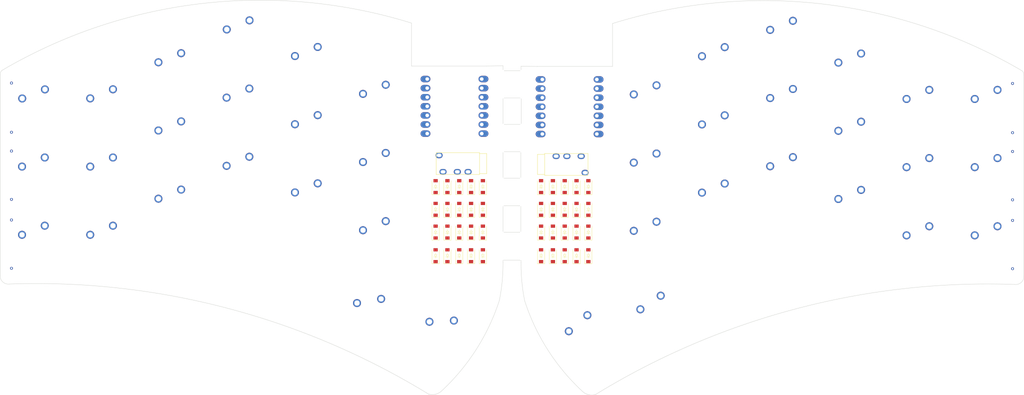
<source format=kicad_pcb>
(kicad_pcb (version 20211014) (generator pcbnew)
  (layers (0 "F.Cu" signal) (31 "B.Cu" signal) (34 "B.Paste" user) (35 "F.Paste" user) (36 "B.SilkS" user "B.Silkscreen") (37 "F.SilkS" user "F.Silkscreen") (38 "B.Mask" user) (39 "F.Mask" user) (44 "Edge.Cuts" user))
  (net 0 "")
  (footprint "random-keyboard-parts:D_SOD-123-Pretty" (layer "F.Cu") (at 170.432 107.232 90)
    (fp_text reference "REF**" hide)
    (fp_text value "D_SOD-123-Pretty" hide)
    (pad "1" smd rect (at -1.65 0 90) (size 0.9 1.2) (layers "F.Cu" "F.Paste" "F.Mask"))
    (pad "2" smd rect (at 1.65 0 90) (size 0.9 1.2) (layers "F.Cu" "F.Paste" "F.Mask"))
  )
  (footprint "Panelization:mouse-bite-5mm-slot" (layer "F.Cu") (at 149.084 96.022 90)
    (fp_text reference "mouse-bite-5mm-slot" hide)
    (fp_text value "VAL**" hide)
    (pad "" np_thru_hole circle (at 2.25 -2.5 90) (size 0.5 0.5) (drill 0.5) (layers F&B.Cu *.Mask))
    (pad "" np_thru_hole circle (at -3 -2.5 90) (size 0.5 0.5) (drill 0.5) (layers F&B.Cu *.Mask))
    (pad "" np_thru_hole circle (at -3 2.5 90) (size 0.5 0.5) (drill 0.5) (layers F&B.Cu *.Mask))
    (pad "" np_thru_hole circle (at -0.75 2.5 90) (size 0.5 0.5) (drill 0.5) (layers F&B.Cu *.Mask))
    (pad "" np_thru_hole circle (at 3 2.5 90) (size 0.5 0.5) (drill 0.5) (layers F&B.Cu *.Mask))
    (pad "" np_thru_hole circle (at 0.75 2.5 90) (size 0.5 0.5) (drill 0.5) (layers F&B.Cu *.Mask))
    (pad "" np_thru_hole circle (at -3 -2.5 90) (size 0.5 0.5) (drill 0.5) (layers F&B.Cu *.Mask))
    (pad "" np_thru_hole circle (at -1.5 -2.5 90) (size 0.5 0.5) (drill 0.5) (layers F&B.Cu *.Mask))
    (pad "" np_thru_hole circle (at 2.25 2.5 90) (size 0.5 0.5) (drill 0.5) (layers F&B.Cu *.Mask))
    (pad "" np_thru_hole circle (at -3 2.5 90) (size 0.5 0.5) (drill 0.5) (layers F&B.Cu *.Mask))
    (pad "" np_thru_hole circle (at -1.5 2.5 90) (size 0.5 0.5) (drill 0.5) (layers F&B.Cu *.Mask))
    (pad "" np_thru_hole circle (at 0.75 -2.5 90) (size 0.5 0.5) (drill 0.5) (layers F&B.Cu *.Mask))
    (pad "" np_thru_hole circle (at 3.75 2.5 90) (size 0.5 0.5) (drill 0.5) (layers F&B.Cu *.Mask))
    (pad "" np_thru_hole circle (at -2.25 -2.5 90) (size 0.5 0.5) (drill 0.5) (layers F&B.Cu *.Mask))
    (pad "" np_thru_hole circle (at 0 2.5 90) (size 0.5 0.5) (drill 0.5) (layers F&B.Cu *.Mask))
    (pad "" np_thru_hole circle (at 0 -2.5 90) (size 0.5 0.5) (drill 0.5) (layers F&B.Cu *.Mask))
    (pad "" np_thru_hole circle (at -3.75 2.5 90) (size 0.5 0.5) (drill 0.5) (layers F&B.Cu *.Mask))
    (pad "" np_thru_hole circle (at 1.5 2.5 90) (size 0.5 0.5) (drill 0.5) (layers F&B.Cu *.Mask))
    (pad "" np_thru_hole circle (at -0.75 -2.5 90) (size 0.5 0.5) (drill 0.5) (layers F&B.Cu *.Mask))
    (pad "" np_thru_hole circle (at 3 -2.5 90) (size 0.5 0.5) (drill 0.5) (layers F&B.Cu *.Mask))
    (pad "" np_thru_hole circle (at 3.75 -2.5 90) (size 0.5 0.5) (drill 0.5) (layers F&B.Cu *.Mask))
    (pad "" np_thru_hole circle (at -3.75 -2.5 90) (size 0.5 0.5) (drill 0.5) (layers F&B.Cu *.Mask))
    (pad "" np_thru_hole circle (at 1.5 -2.5 90) (size 0.5 0.5) (drill 0.5) (layers F&B.Cu *.Mask))
    (pad "" np_thru_hole circle (at -2.25 2.5 90) (size 0.5 0.5) (drill 0.5) (layers F&B.Cu *.Mask))
  )
  (footprint "random-keyboard-parts:D_SOD-123-Pretty" (layer "F.Cu") (at 160.532 107.232 90)
    (fp_text reference "REF**" hide)
    (fp_text value "D_SOD-123-Pretty" hide)
    (pad "1" smd rect (at -1.65 0 90) (size 0.9 1.2) (layers "F.Cu" "F.Paste" "F.Mask"))
    (pad "2" smd rect (at 1.65 0 90) (size 0.9 1.2) (layers "F.Cu" "F.Paste" "F.Mask"))
  )
  (footprint "random-keyboard-parts:D_SOD-123-Pretty" (layer "F.Cu") (at 127.76 107.232 90)
    (fp_text reference "REF**" hide)
    (fp_text value "D_SOD-123-Pretty" hide)
    (pad "1" smd rect (at -1.65 0 90) (size 0.9 1.2) (layers "F.Cu" "F.Paste" "F.Mask"))
    (pad "2" smd rect (at 1.65 0 90) (size 0.9 1.2) (layers "F.Cu" "F.Paste" "F.Mask"))
  )
  (footprint "MX_Only:MXOnly-1U-NoLED" (layer "F.Cu") (at 225.03 72.34)
    (fp_text reference "REF**" hide)
    (fp_text value "1U" hide)
    (pad "" np_thru_hole circle locked (at 5.08 0 48.0996) (size 1.75 1.75) (drill 1.75) (layers F&B.Cu *.Mask))
    (pad "" np_thru_hole circle locked (at 0 0) (size 3.9878 3.9878) (drill 3.9878) (layers F&B.Cu *.Mask))
    (pad "" np_thru_hole circle locked (at -5.08 0 48.0996) (size 1.75 1.75) (drill 1.75) (layers F&B.Cu *.Mask))
    (pad "1" thru_hole circle locked (at -3.81 -2.54) (size 2.25 2.25) (drill 1.47) (layers F&B.Cu "B.Mask"))
    (pad "2" thru_hole circle locked (at 2.54 -5.08) (size 2.25 2.25) (drill 1.47) (layers F&B.Cu "B.Mask"))
  )
  (footprint "random-keyboard-parts:D_SOD-123-Pretty" (layer "F.Cu") (at 160.526 113.836 90)
    (fp_text reference "REF**" hide)
    (fp_text value "D_SOD-123-Pretty" hide)
    (pad "1" smd rect (at -1.65 0 90) (size 0.9 1.2) (layers "F.Cu" "F.Paste" "F.Mask"))
    (pad "2" smd rect (at 1.65 0 90) (size 0.9 1.2) (layers "F.Cu" "F.Paste" "F.Mask"))
  )
  (footprint "MX_Only:MXOnly-1U-NoLED" (layer "F.Cu") (at 111.286 71.162)
    (fp_text reference "REF**" hide)
    (fp_text value "1U" hide)
    (pad "" np_thru_hole circle locked (at 0 0) (size 3.9878 3.9878) (drill 3.9878) (layers F&B.Cu *.Mask))
    (pad "" np_thru_hole circle locked (at 5.08 0 48.0996) (size 1.75 1.75) (drill 1.75) (layers F&B.Cu *.Mask))
    (pad "" np_thru_hole circle locked (at -5.08 0 48.0996) (size 1.75 1.75) (drill 1.75) (layers F&B.Cu *.Mask))
    (pad "1" thru_hole circle locked (at -3.81 -2.54) (size 2.25 2.25) (drill 1.47) (layers F&B.Cu "B.Mask"))
    (pad "2" thru_hole circle locked (at 2.54 -5.08) (size 2.25 2.25) (drill 1.47) (layers F&B.Cu "B.Mask"))
  )
  (footprint "random-keyboard-parts:D_SOD-123-Pretty" (layer "F.Cu") (at 140.968 94.532 90)
    (fp_text reference "REF**" hide)
    (fp_text value "D_SOD-123-Pretty" hide)
    (pad "1" smd rect (at -1.65 0 90) (size 0.9 1.2) (layers "F.Cu" "F.Paste" "F.Mask"))
    (pad "2" smd rect (at 1.65 0 90) (size 0.9 1.2) (layers "F.Cu" "F.Paste" "F.Mask"))
  )
  (footprint "random-keyboard-parts:D_SOD-123-Pretty" (layer "F.Cu") (at 170.432 94.532 90)
    (fp_text reference "REF**" hide)
    (fp_text value "D_SOD-123-Pretty" hide)
    (pad "1" smd rect (at -1.65 0 90) (size 0.9 1.2) (layers "F.Cu" "F.Paste" "F.Mask"))
    (pad "2" smd rect (at 1.65 0 90) (size 0.9 1.2) (layers "F.Cu" "F.Paste" "F.Mask"))
  )
  (footprint "MX_Only:MXOnly-1U-NoLED" (layer "F.Cu") (at 205.98 98.756)
    (fp_text reference "REF**" hide)
    (fp_text value "1U" hide)
    (pad "" np_thru_hole circle locked (at -5.08 0 48.0996) (size 1.75 1.75) (drill 1.75) (layers F&B.Cu *.Mask))
    (pad "" np_thru_hole circle locked (at 5.08 0 48.0996) (size 1.75 1.75) (drill 1.75) (layers F&B.Cu *.Mask))
    (pad "" np_thru_hole circle locked (at 0 0) (size 3.9878 3.9878) (drill 3.9878) (layers F&B.Cu *.Mask))
    (pad "1" thru_hole circle locked (at -3.81 -2.54) (size 2.25 2.25) (drill 1.47) (layers F&B.Cu "B.Mask"))
    (pad "2" thru_hole circle locked (at 2.54 -5.08) (size 2.25 2.25) (drill 1.47) (layers F&B.Cu "B.Mask"))
  )
  (footprint "MX_Only:MXOnly-1U-NoLED" (layer "F.Cu") (at 205.98 79.706)
    (fp_text reference "REF**" hide)
    (fp_text value "1U" hide)
    (pad "" np_thru_hole circle locked (at 0 0) (size 3.9878 3.9878) (drill 3.9878) (layers F&B.Cu *.Mask))
    (pad "" np_thru_hole circle locked (at 5.08 0 48.0996) (size 1.75 1.75) (drill 1.75) (layers F&B.Cu *.Mask))
    (pad "" np_thru_hole circle locked (at -5.08 0 48.0996) (size 1.75 1.75) (drill 1.75) (layers F&B.Cu *.Mask))
    (pad "1" thru_hole circle locked (at -3.81 -2.54) (size 2.25 2.25) (drill 1.47) (layers F&B.Cu "B.Mask"))
    (pad "2" thru_hole circle locked (at 2.54 -5.08) (size 2.25 2.25) (drill 1.47) (layers F&B.Cu "B.Mask"))
  )
  (footprint "xiao-main:xiao-tht" (layer "F.Cu") (at 133.03 72.104)
    (fp_text reference "U?" hide)
    (fp_text value "xiao-ble-thruhole" hide)
    (pad "1" thru_hole oval (at -7.62 -7.62) (size 2.75 1.8) (drill 1 (offset -0.475 0)) (layers *.Cu *.Mask))
    (pad "2" thru_hole oval (at -7.62 -5.08) (size 2.75 1.8) (drill 1 (offset -0.475 0)) (layers *.Cu *.Mask))
    (pad "3" thru_hole oval (at -7.62 -2.54) (size 2.75 1.8) (drill 1 (offset -0.475 0)) (layers *.Cu *.Mask))
    (pad "4" thru_hole oval (at -7.62 0) (size 2.75 1.8) (drill 1 (offset -0.475 0)) (layers *.Cu *.Mask))
    (pad "5" thru_hole oval (at -7.62 2.54) (size 2.75 1.8) (drill 1 (offset -0.475 0)) (layers *.Cu *.Mask))
    (pad "6" thru_hole oval (at -7.62 5.08) (size 2.75 1.8) (drill 1 (offset -0.475 0)) (layers *.Cu *.Mask))
    (pad "7" thru_hole oval (at -7.62 7.62) (size 2.75 1.8) (drill 1 (offset -0.475 0)) (layers *.Cu *.Mask))
    (pad "8" thru_hole oval (at 7.62 7.62 180) (size 2.75 1.8) (drill 1 (offset -0.475 0)) (layers *.Cu *.Mask))
    (pad "9" thru_hole oval (at 7.62 5.08 180) (size 2.75 1.8) (drill 1 (offset -0.475 0)) (layers *.Cu *.Mask))
    (pad "10" thru_hole oval (at 7.62 2.54 180) (size 2.75 1.8) (drill 1 (offset -0.475 0)) (layers *.Cu *.Mask))
    (pad "11" thru_hole oval (at 7.62 0 180) (size 2.75 1.8) (drill 1 (offset -0.475 0)) (layers *.Cu *.Mask))
    (pad "12" thru_hole oval (at 7.62 -2.54 180) (size 2.75 1.8) (drill 1 (offset -0.475 0)) (layers *.Cu *.Mask))
    (pad "13" thru_hole oval (at 7.62 -5.08 180) (size 2.75 1.8) (drill 1 (offset -0.475 0)) (layers *.Cu *.Mask))
    (pad "14" thru_hole oval (at 7.62 -7.62 180) (size 2.75 1.8) (drill 1 (offset -0.475 0)) (layers *.Cu *.Mask))
  )
  (footprint "random-keyboard-parts:D_SOD-123-Pretty" (layer "F.Cu") (at 137.666 94.532 90)
    (fp_text reference "REF**" hide)
    (fp_text value "D_SOD-123-Pretty" hide)
    (pad "1" smd rect (at -1.65 0 90) (size 0.9 1.2) (layers "F.Cu" "F.Paste" "F.Mask"))
    (pad "2" smd rect (at 1.65 0 90) (size 0.9 1.2) (layers "F.Cu" "F.Paste" "F.Mask"))
  )
  (footprint "MX_Only:MXOnly-1U-NoLED" (layer "F.Cu") (at 244.08 81.484)
    (fp_text reference "REF**" hide)
    (fp_text value "1U" hide)
    (pad "" np_thru_hole circle locked (at 0 0) (size 3.9878 3.9878) (drill 3.9878) (layers F&B.Cu *.Mask))
    (pad "" np_thru_hole circle locked (at -5.08 0 48.0996) (size 1.75 1.75) (drill 1.75) (layers F&B.Cu *.Mask))
    (pad "" np_thru_hole circle locked (at 5.08 0 48.0996) (size 1.75 1.75) (drill 1.75) (layers F&B.Cu *.Mask))
    (pad "1" thru_hole circle locked (at -3.81 -2.54) (size 2.25 2.25) (drill 1.47) (layers F&B.Cu "B.Mask"))
    (pad "2" thru_hole circle locked (at 2.54 -5.08) (size 2.25 2.25) (drill 1.47) (layers F&B.Cu "B.Mask"))
  )
  (footprint "random-keyboard-parts:D_SOD-123-Pretty" (layer "F.Cu") (at 163.828 107.232 90)
    (fp_text reference "REF**" hide)
    (fp_text value "D_SOD-123-Pretty" hide)
    (pad "1" smd rect (at -1.65 0 90) (size 0.9 1.2) (layers "F.Cu" "F.Paste" "F.Mask"))
    (pad "2" smd rect (at 1.65 0 90) (size 0.9 1.2) (layers "F.Cu" "F.Paste" "F.Mask"))
  )
  (footprint "MX_Only:MXOnly-1U-NoLED" (layer "F.Cu") (at 186.93 90.374)
    (fp_text reference "REF**" hide)
    (fp_text value "1U" hide)
    (pad "" np_thru_hole circle locked (at -5.08 0 48.0996) (size 1.75 1.75) (drill 1.75) (layers F&B.Cu *.Mask))
    (pad "" np_thru_hole circle locked (at 0 0) (size 3.9878 3.9878) (drill 3.9878) (layers F&B.Cu *.Mask))
    (pad "" np_thru_hole circle locked (at 5.08 0 48.0996) (size 1.75 1.75) (drill 1.75) (layers F&B.Cu *.Mask))
    (pad "1" thru_hole circle locked (at -3.81 -2.54) (size 2.25 2.25) (drill 1.47) (layers F&B.Cu "B.Mask"))
    (pad "2" thru_hole circle locked (at 2.54 -5.08) (size 2.25 2.25) (drill 1.47) (layers F&B.Cu "B.Mask"))
  )
  (footprint "random-keyboard-parts:D_SOD-123-Pretty" (layer "F.Cu") (at 160.526 94.532 90)
    (fp_text reference "REF**" hide)
    (fp_text value "D_SOD-123-Pretty" hide)
    (pad "1" smd rect (at -1.65 0 90) (size 0.9 1.2) (layers "F.Cu" "F.Paste" "F.Mask"))
    (pad "2" smd rect (at 1.65 0 90) (size 0.9 1.2) (layers "F.Cu" "F.Paste" "F.Mask"))
  )
  (footprint "random-keyboard-parts:D_SOD-123-Pretty" (layer "F.Cu") (at 127.76 113.836 90)
    (fp_text reference "REF**" hide)
    (fp_text value "D_SOD-123-Pretty" hide)
    (pad "1" smd rect (at -1.65 0 90) (size 0.9 1.2) (layers "F.Cu" "F.Paste" "F.Mask"))
    (pad "2" smd rect (at 1.65 0 90) (size 0.9 1.2) (layers "F.Cu" "F.Paste" "F.Mask"))
  )
  (footprint "MX_Only:MXOnly-1U-NoLED" (layer "F.Cu") (at 111.286 90.212)
    (fp_text reference "REF**" hide)
    (fp_text value "1U" hide)
    (pad "" np_thru_hole circle locked (at 5.08 0 48.0996) (size 1.75 1.75) (drill 1.75) (layers F&B.Cu *.Mask))
    (pad "" np_thru_hole circle locked (at -5.08 0 48.0996) (size 1.75 1.75) (drill 1.75) (layers F&B.Cu *.Mask))
    (pad "" np_thru_hole circle locked (at 0 0) (size 3.9878 3.9878) (drill 3.9878) (layers F&B.Cu *.Mask))
    (pad "1" thru_hole circle locked (at -3.81 -2.54) (size 2.25 2.25) (drill 1.47) (layers F&B.Cu "B.Mask"))
    (pad "2" thru_hole circle locked (at 2.54 -5.08) (size 2.25 2.25) (drill 1.47) (layers F&B.Cu "B.Mask"))
  )
  (footprint "random-keyboard-parts:D_SOD-123-Pretty" (layer "F.Cu") (at 131.062 107.232 90)
    (fp_text reference "REF**" hide)
    (fp_text value "D_SOD-123-Pretty" hide)
    (pad "1" smd rect (at -1.65 0 90) (size 0.9 1.2) (layers "F.Cu" "F.Paste" "F.Mask"))
    (pad "2" smd rect (at 1.65 0 90) (size 0.9 1.2) (layers "F.Cu" "F.Paste" "F.Mask"))
  )
  (footprint "MX_Only:MXOnly-1U-NoLED" (layer "F.Cu") (at 225.03 91.39)
    (fp_text reference "REF**" hide)
    (fp_text value "1U" hide)
    (pad "" np_thru_hole circle locked (at -5.08 0 48.0996) (size 1.75 1.75) (drill 1.75) (layers F&B.Cu *.Mask))
    (pad "" np_thru_hole circle locked (at 5.08 0 48.0996) (size 1.75 1.75) (drill 1.75) (layers F&B.Cu *.Mask))
    (pad "" np_thru_hole circle locked (at 0 0) (size 3.9878 3.9878) (drill 3.9878) (layers F&B.Cu *.Mask))
    (pad "1" thru_hole circle locked (at -3.81 -2.54) (size 2.25 2.25) (drill 1.47) (layers F&B.Cu "B.Mask"))
    (pad "2" thru_hole circle locked (at 2.54 -5.08) (size 2.25 2.25) (drill 1.47) (layers F&B.Cu "B.Mask"))
  )
  (footprint "MX_Only:MXOnly-1U-NoLED" (layer "F.Cu") (at 282.18 110.694)
    (fp_text reference "REF**" hide)
    (fp_text value "1U" hide)
    (pad "" np_thru_hole circle locked (at 5.08 0 48.0996) (size 1.75 1.75) (drill 1.75) (layers F&B.Cu *.Mask))
    (pad "" np_thru_hole circle locked (at 0 0) (size 3.9878 3.9878) (drill 3.9878) (layers F&B.Cu *.Mask))
    (pad "" np_thru_hole circle locked (at -5.08 0 48.0996) (size 1.75 1.75) (drill 1.75) (layers F&B.Cu *.Mask))
    (pad "1" thru_hole circle locked (at -3.81 -2.54) (size 2.25 2.25) (drill 1.47) (layers F&B.Cu "B.Mask"))
    (pad "2" thru_hole circle locked (at 2.54 -5.08) (size 2.25 2.25) (drill 1.47) (layers F&B.Cu "B.Mask"))
  )
  (footprint "MX_Only:MXOnly-1U-NoLED" (layer "F.Cu") (at 263.13 91.644)
    (fp_text reference "REF**" hide)
    (fp_text value "1U" hide)
    (pad "" np_thru_hole circle locked (at 0 0) (size 3.9878 3.9878) (drill 3.9878) (layers F&B.Cu *.Mask))
    (pad "" np_thru_hole circle locked (at 5.08 0 48.0996) (size 1.75 1.75) (drill 1.75) (layers F&B.Cu *.Mask))
    (pad "" np_thru_hole circle locked (at -5.08 0 48.0996) (size 1.75 1.75) (drill 1.75) (layers F&B.Cu *.Mask))
    (pad "1" thru_hole circle locked (at -3.81 -2.54) (size 2.25 2.25) (drill 1.47) (layers F&B.Cu "B.Mask"))
    (pad "2" thru_hole circle locked (at 2.54 -5.08) (size 2.25 2.25) (drill 1.47) (layers F&B.Cu "B.Mask"))
  )
  (footprint "MX_Only:MXOnly-1U-NoLED" (layer "F.Cu") (at 244.08 62.434)
    (fp_text reference "REF**" hide)
    (fp_text value "1U" hide)
    (pad "" np_thru_hole circle locked (at -5.08 0 48.0996) (size 1.75 1.75) (drill 1.75) (layers F&B.Cu *.Mask))
    (pad "" np_thru_hole circle locked (at 5.08 0 48.0996) (size 1.75 1.75) (drill 1.75) (layers F&B.Cu *.Mask))
    (pad "" np_thru_hole circle locked (at 0 0) (size 3.9878 3.9878) (drill 3.9878) (layers F&B.Cu *.Mask))
    (pad "1" thru_hole circle locked (at -3.81 -2.54) (size 2.25 2.25) (drill 1.47) (layers F&B.Cu "B.Mask"))
    (pad "2" thru_hole circle locked (at 2.54 -5.08) (size 2.25 2.25) (drill 1.47) (layers F&B.Cu "B.Mask"))
  )
  (footprint "MX_Only:MXOnly-1U-NoLED" (layer "F.Cu") (at 54.136 100.4482)
    (fp_text reference "REF**" hide)
    (fp_text value "1U" hide)
    (pad "" np_thru_hole circle locked (at 5.08 0 48.0996) (size 1.75 1.75) (drill 1.75) (layers F&B.Cu *.Mask))
    (pad "" np_thru_hole circle locked (at -5.08 0 48.0996) (size 1.75 1.75) (drill 1.75) (layers F&B.Cu *.Mask))
    (pad "" np_thru_hole circle locked (at 0 0) (size 3.9878 3.9878) (drill 3.9878) (layers F&B.Cu *.Mask))
    (pad "1" thru_hole circle locked (at -3.81 -2.54) (size 2.25 2.25) (drill 1.47) (layers F&B.Cu "B.Mask"))
    (pad "2" thru_hole circle locked (at 2.54 -5.08) (size 2.25 2.25) (drill 1.47) (layers F&B.Cu "B.Mask"))
  )
  (footprint "random-keyboard-parts:D_SOD-123-Pretty" (layer "F.Cu") (at 163.828 94.532 90)
    (fp_text reference "REF**" hide)
    (fp_text value "D_SOD-123-Pretty" hide)
    (pad "1" smd rect (at -1.65 0 90) (size 0.9 1.2) (layers "F.Cu" "F.Paste" "F.Mask"))
    (pad "2" smd rect (at 1.65 0 90) (size 0.9 1.2) (layers "F.Cu" "F.Paste" "F.Mask"))
  )
  (footprint "MX_Only:MXOnly-1U-NoLED" (layer "F.Cu") (at 35.086 72.432)
    (fp_text reference "REF**" hide)
    (fp_text value "1U" hide)
    (pad "" np_thru_hole circle locked (at 0 0) (size 3.9878 3.9878) (drill 3.9878) (layers *.Cu *.Mask))
    (pad "" np_thru_hole circle locked (at 5.08 0 48.0996) (size 1.75 1.75) (drill 1.75) (layers *.Cu *.Mask))
    (pad "" np_thru_hole circle locked (at -5.08 0 48.0996) (size 1.75 1.75) (drill 1.75) (layers *.Cu *.Mask))
    (pad "1" thru_hole circle locked (at -3.81 -2.54) (size 2.25 2.25) (drill 1.47) (layers *.Cu "B.Mask"))
    (pad "2" thru_hole circle locked (at 2.54 -5.08) (size 2.25 2.25) (drill 1.47) (layers *.Cu "B.Mask"))
  )
  (footprint "MX_Only:MXOnly-1U-NoLED" (layer "F.Cu") (at 244.08 100.534)
    (fp_text reference "REF**" hide)
    (fp_text value "1U" hide)
    (pad "" np_thru_hole circle locked (at -5.08 0 48.0996) (size 1.75 1.75) (drill 1.75) (layers F&B.Cu *.Mask))
    (pad "" np_thru_hole circle locked (at 0 0) (size 3.9878 3.9878) (drill 3.9878) (layers F&B.Cu *.Mask))
    (pad "" np_thru_hole circle locked (at 5.08 0 48.0996) (size 1.75 1.75) (drill 1.75) (layers F&B.Cu *.Mask))
    (pad "1" thru_hole circle locked (at -3.81 -2.54) (size 2.25 2.25) (drill 1.47) (layers F&B.Cu "B.Mask"))
    (pad "2" thru_hole circle locked (at 2.54 -5.08) (size 2.25 2.25) (drill 1.47) (layers F&B.Cu "B.Mask"))
  )
  (footprint "MX_Only:MXOnly-1U-NoLED" (layer "F.Cu") (at 16.0868 72.4574)
    (fp_text reference "REF**" hide)
    (fp_text value "1U" hide)
    (pad "" np_thru_hole circle locked (at 0 0) (size 3.9878 3.9878) (drill 3.9878) (layers F&B.Cu *.Mask))
    (pad "" np_thru_hole circle locked (at 5.08 0 48.0996) (size 1.75 1.75) (drill 1.75) (layers F&B.Cu *.Mask))
    (pad "" np_thru_hole circle locked (at -5.08 0 48.0996) (size 1.75 1.75) (drill 1.75) (layers F&B.Cu *.Mask))
    (pad "1" thru_hole circle locked (at -3.81 -2.54) (size 2.25 2.25) (drill 1.47) (layers F&B.Cu "B.Mask"))
    (pad "2" thru_hole circle locked (at 2.54 -5.08) (size 2.25 2.25) (drill 1.47) (layers F&B.Cu "B.Mask"))
  )
  (footprint "MX_Only:MXOnly-1U-NoLED" (layer "F.Cu") (at 35.086 91.482)
    (fp_text reference "REF**" hide)
    (fp_text value "1U" hide)
    (pad "" np_thru_hole circle locked (at 5.08 0 48.0996) (size 1.75 1.75) (drill 1.75) (layers F&B.Cu *.Mask))
    (pad "" np_thru_hole circle locked (at -5.08 0 48.0996) (size 1.75 1.75) (drill 1.75) (layers F&B.Cu *.Mask))
    (pad "" np_thru_hole circle locked (at 0 0) (size 3.9878 3.9878) (drill 3.9878) (layers F&B.Cu *.Mask))
    (pad "1" thru_hole circle locked (at -3.81 -2.54) (size 2.25 2.25) (drill 1.47) (layers F&B.Cu "B.Mask"))
    (pad "2" thru_hole circle locked (at 2.54 -5.08) (size 2.25 2.25) (drill 1.47) (layers F&B.Cu "B.Mask"))
  )
  (footprint "random-keyboard-parts:D_SOD-123-Pretty" (layer "F.Cu") (at 134.364 113.836 90)
    (fp_text reference "REF**" hide)
    (fp_text value "D_SOD-123-Pretty" hide)
    (pad "1" smd rect (at -1.65 0 90) (size 0.9 1.2) (layers "F.Cu" "F.Paste" "F.Mask"))
    (pad "2" smd rect (at 1.65 0 90) (size 0.9 1.2) (layers "F.Cu" "F.Paste" "F.Mask"))
  )
  (footprint "MX_Only:MXOnly-1U-NoLED" (layer "F.Cu") (at 186.93 109.424)
    (fp_text reference "REF**" hide)
    (fp_text value "1U" hide)
    (pad "" np_thru_hole circle locked (at 0 0) (size 3.9878 3.9878) (drill 3.9878) (layers F&B.Cu *.Mask))
    (pad "" np_thru_hole circle locked (at -5.08 0 48.0996) (size 1.75 1.75) (drill 1.75) (layers F&B.Cu *.Mask))
    (pad "" np_thru_hole circle locked (at 5.08 0 48.0996) (size 1.75 1.75) (drill 1.75) (layers F&B.Cu *.Mask))
    (pad "1" thru_hole circle locked (at -3.81 -2.54) (size 2.25 2.25) (drill 1.47) (layers F&B.Cu "B.Mask"))
    (pad "2" thru_hole circle locked (at 2.54 -5.08) (size 2.25 2.25) (drill 1.47) (layers F&B.Cu "B.Mask"))
  )
  (footprint "random-keyboard-parts:D_SOD-123-Pretty" (layer "F.Cu") (at 134.364 100.882 90)
    (fp_text reference "REF**" hide)
    (fp_text value "D_SOD-123-Pretty" hide)
    (pad "1" smd rect (at -1.65 0 90) (size 0.9 1.2) (layers "F.Cu" "F.Paste" "F.Mask"))
    (pad "2" smd rect (at 1.65 0 90) (size 0.9 1.2) (layers "F.Cu" "F.Paste" "F.Mask"))
  )
  (footprint "MX_Only:MXOnly-1U-NoLED" (layer "F.Cu") (at 73.184 91.272)
    (fp_text reference "REF**" hide)
    (fp_text value "1U" hide)
    (pad "" np_thru_hole circle locked (at 0 0) (size 3.9878 3.9878) (drill 3.9878) (layers F&B.Cu *.Mask))
    (pad "" np_thru_hole circle locked (at -5.08 0 48.0996) (size 1.75 1.75) (drill 1.75) (layers F&B.Cu *.Mask))
    (pad "" np_thru_hole circle locked (at 5.08 0 48.0996) (size 1.75 1.75) (drill 1.75) (layers F&B.Cu *.Mask))
    (pad "1" thru_hole circle locked (at -3.81 -2.54) (size 2.25 2.25) (drill 1.47) (layers F&B.Cu "B.Mask"))
    (pad "2" thru_hole circle locked (at 2.54 -5.08) (size 2.25 2.25) (drill 1.47) (layers F&B.Cu "B.Mask"))
  )
  (footprint "Keebio-Parts:TRRS-PJ-320A" (layer "F.Cu") (at 140.03 88.104 -90)
    (fp_text reference "REF**" hide)
    (fp_text value "TRRS-PJ-320A" hide)
    (pad "" np_thru_hole circle locked (at 0 1.6 270) (size 0.8 0.8) (drill 0.8) (layers *.Cu *.Mask))
    (pad "" np_thru_hole circle locked (at 0 8.6 270) (size 0.8 0.8) (drill 0.8) (layers *.Cu *.Mask))
    (pad "1" thru_hole oval locked (at -2.3 11.3 270) (size 1.6 2) (drill oval 0.9 1.3) (layers *.Cu *.Mask))
    (pad "2" thru_hole oval locked (at 2.3 10.2 270) (size 1.6 2) (drill oval 0.9 1.3) (layers *.Cu *.Mask))
    (pad "3" thru_hole oval locked (at 2.3 6.2 270) (size 1.6 2) (drill oval 0.9 1.3) (layers *.Cu *.Mask))
    (pad "4" thru_hole oval locked (at 2.3 3.2 270) (size 1.6 2) (drill oval 0.9 1.3) (layers *.Cu *.Mask))
  )
  (footprint "Keebio-Parts:TRRS-PJ-320A" (layer "F.Cu") (at 158.228 88.342 90)
    (fp_text reference "REF**" hide)
    (fp_text value "TRRS-PJ-320A" hide)
    (pad "" np_thru_hole circle locked (at 0 8.6 90) (size 0.8 0.8) (drill 0.8) (layers F&B.Cu *.Mask))
    (pad "" np_thru_hole circle locked (at 0 1.6 90) (size 0.8 0.8) (drill 0.8) (layers F&B.Cu *.Mask))
    (pad "1" thru_hole oval locked (at -2.3 11.3 90) (size 1.6 2) (drill oval 0.9 1.3) (layers F&B.Cu *.Mask))
    (pad "2" thru_hole oval locked (at 2.3 10.2 90) (size 1.6 2) (drill oval 0.9 1.3) (layers F&B.Cu *.Mask))
    (pad "3" thru_hole oval locked (at 2.3 6.2 90) (size 1.6 2) (drill oval 0.9 1.3) (layers F&B.Cu *.Mask))
    (pad "4" thru_hole oval locked (at 2.3 3.2 90) (size 1.6 2) (drill oval 0.9 1.3) (layers F&B.Cu *.Mask))
  )
  (footprint "MX_Only:MXOnly-1U-NoLED" (layer "F.Cu") (at 282.18 72.594)
    (fp_text reference "REF**" hide)
    (fp_text value "1U" hide)
    (pad "" np_thru_hole circle locked (at 0 0) (size 3.9878 3.9878) (drill 3.9878) (layers F&B.Cu *.Mask))
    (pad "" np_thru_hole circle locked (at 5.08 0 48.0996) (size 1.75 1.75) (drill 1.75) (layers F&B.Cu *.Mask))
    (pad "" np_thru_hole circle locked (at -5.08 0 48.0996) (size 1.75 1.75) (drill 1.75) (layers F&B.Cu *.Mask))
    (pad "1" thru_hole circle locked (at -3.81 -2.54) (size 2.25 2.25) (drill 1.47) (layers F&B.Cu "B.Mask"))
    (pad "2" thru_hole circle locked (at 2.54 -5.08) (size 2.25 2.25) (drill 1.47) (layers F&B.Cu "B.Mask"))
  )
  (footprint "random-keyboard-parts:D_SOD-123-Pretty" (layer "F.Cu") (at 157.224 94.532 90)
    (fp_text reference "REF**" hide)
    (fp_text value "D_SOD-123-Pretty" hide)
    (pad "1" smd rect (at -1.65 0 90) (size 0.9 1.2) (layers "F.Cu" "F.Paste" "F.Mask"))
    (pad "2" smd rect (at 1.65 0 90) (size 0.9 1.2) (layers "F.Cu" "F.Paste" "F.Mask"))
  )
  (footprint "random-keyboard-parts:D_SOD-123-Pretty" (layer "F.Cu") (at 160.526 100.882 90)
    (fp_text reference "REF**" hide)
    (fp_text value "D_SOD-123-Pretty" hide)
    (pad "1" smd rect (at -1.65 0 90) (size 0.9 1.2) (layers "F.Cu" "F.Paste" "F.Mask"))
    (pad "2" smd rect (at 1.65 0 90) (size 0.9 1.2) (layers "F.Cu" "F.Paste" "F.Mask"))
  )
  (footprint "MX_Only:MXOnly-1U-NoLED" (layer "F.Cu") (at 111.286 109.262)
    (fp_text reference "REF**" hide)
    (fp_text value "1U" hide)
    (pad "" np_thru_hole circle locked (at 5.08 0 48.0996) (size 1.75 1.75) (drill 1.75) (layers F&B.Cu *.Mask))
    (pad "" np_thru_hole circle locked (at -5.08 0 48.0996) (size 1.75 1.75) (drill 1.75) (layers F&B.Cu *.Mask))
    (pad "" np_thru_hole circle locked (at 0 0) (size 3.9878 3.9878) (drill 3.9878) (layers F&B.Cu *.Mask))
    (pad "1" thru_hole circle locked (at -3.81 -2.54) (size 2.25 2.25) (drill 1.47) (layers F&B.Cu "B.Mask"))
    (pad "2" thru_hole circle locked (at 2.54 -5.08) (size 2.25 2.25) (drill 1.47) (layers F&B.Cu "B.Mask"))
  )
  (footprint "MX_Only:MXOnly-1U-NoLED" (layer "F.Cu") (at 263.13 72.594)
    (fp_text reference "REF**" hide)
    (fp_text value "1U" hide)
    (pad "" np_thru_hole circle locked (at 5.08 0 48.0996) (size 1.75 1.75) (drill 1.75) (layers F&B.Cu *.Mask))
    (pad "" np_thru_hole circle locked (at 0 0) (size 3.9878 3.9878) (drill 3.9878) (layers F&B.Cu *.Mask))
    (pad "" np_thru_hole circle locked (at -5.08 0 48.0996) (size 1.75 1.75) (drill 1.75) (layers F&B.Cu *.Mask))
    (pad "1" thru_hole circle locked (at -3.81 -2.54) (size 2.25 2.25) (drill 1.47) (layers F&B.Cu "B.Mask"))
    (pad "2" thru_hole circle locked (at 2.54 -5.08) (size 2.25 2.25) (drill 1.47) (layers F&B.Cu "B.Mask"))
  )
  (footprint "random-keyboard-parts:D_SOD-123-Pretty" (layer "F.Cu") (at 167.13 100.882 90)
    (fp_text reference "REF**" hide)
    (fp_text value "D_SOD-123-Pretty" hide)
    (pad "1" smd rect (at -1.65 0 90) (size 0.9 1.2) (layers "F.Cu" "F.Paste" "F.Mask"))
    (pad "2" smd rect (at 1.65 0 90) (size 0.9 1.2) (layers "F.Cu" "F.Paste" "F.Mask"))
  )
  (footprint "MX_Only:MXOnly-1U-NoLED" (layer "F.Cu") (at 92.28 60.604)
    (fp_text reference "REF**" hide)
    (fp_text value "1U" hide)
    (pad "" np_thru_hole circle locked (at 5.08 0 48.0996) (size 1.75 1.75) (drill 1.75) (layers F&B.Cu *.Mask))
    (pad "" np_thru_hole circle locked (at -5.08 0 48.0996) (size 1.75 1.75) (drill 1.75) (layers F&B.Cu *.Mask))
    (pad "" np_thru_hole circle locked (at 0 0) (size 3.9878 3.9878) (drill 3.9878) (layers F&B.Cu *.Mask))
    (pad "1" thru_hole circle locked (at -3.81 -2.54) (size 2.25 2.25) (drill 1.47) (layers F&B.Cu "B.Mask"))
    (pad "2" thru_hole circle locked (at 2.54 -5.08) (size 2.25 2.25) (drill 1.47) (layers F&B.Cu "B.Mask"))
  )
  (footprint "MX_Only:MXOnly-1U-NoLED" (layer "F.Cu") (at 73.23 53.172)
    (fp_text reference "REF**" hide)
    (fp_text value "1U" hide)
    (pad "" np_thru_hole circle locked (at -5.08 0 48.0996) (size 1.75 1.75) (drill 1.75) (layers F&B.Cu *.Mask))
    (pad "" np_thru_hole circle locked (at 5.08 0 48.0996) (size 1.75 1.75) (drill 1.75) (layers F&B.Cu *.Mask))
    (pad "" np_thru_hole circle locked (at 0 0) (size 3.9878 3.9878) (drill 3.9878) (layers F&B.Cu *.Mask))
    (pad "1" thru_hole circle locked (at -3.81 -2.54) (size 2.25 2.25) (drill 1.47) (layers F&B.Cu "B.Mask"))
    (pad "2" thru_hole circle locked (at 2.54 -5.08) (size 2.25 2.25) (drill 1.47) (layers F&B.Cu "B.Mask"))
  )
  (footprint "MX_Only:MXOnly-1U-NoLED" (layer "F.Cu") (at 189.216 130.506 12)
    (fp_text reference "REF**" hide)
    (fp_text value "1U" hide)
    (pad "" np_thru_hole circle locked (at 5.08 0 60.0996) (size 1.75 1.75) (drill 1.75) (layers F&B.Cu *.Mask))
    (pad "" np_thru_hole circle locked (at 0 0 12) (size 3.9878 3.9878) (drill 3.9878) (layers F&B.Cu *.Mask))
    (pad "" np_thru_hole circle locked (at -5.08 0 60.0996) (size 1.75 1.75) (drill 1.75) (layers F&B.Cu *.Mask))
    (pad "1" thru_hole circle locked (at -3.81 -2.54 12) (size 2.25 2.25) (drill 1.47) (layers F&B.Cu "B.Mask"))
    (pad "2" thru_hole circle locked (at 2.54 -5.08 12) (size 2.25 2.25) (drill 1.47) (layers F&B.Cu "B.Mask"))
  )
  (footprint "random-keyboard-parts:D_SOD-123-Pretty" (layer "F.Cu") (at 140.968 107.232 90)
    (fp_text reference "REF**" hide)
    (fp_text value "D_SOD-123-Pretty" hide)
    (pad "1" smd rect (at -1.65 0 90) (size 0.9 1.2) (layers "F.Cu" "F.Paste" "F.Mask"))
    (pad "2" smd rect (at 1.65 0 90) (size 0.9 1.2) (layers "F.Cu" "F.Paste" "F.Mask"))
  )
  (footprint "random-keyboard-parts:D_SOD-123-Pretty" (layer "F.Cu") (at 131.062 100.882 90)
    (fp_text reference "REF**" hide)
    (fp_text value "D_SOD-123-Pretty" hide)
    (pad "1" smd rect (at -1.65 0 90) (size 0.9 1.2) (layers "F.Cu" "F.Paste" "F.Mask"))
    (pad "2" smd rect (at 1.65 0 90) (size 0.9 1.2) (layers "F.Cu" "F.Paste" "F.Mask"))
  )
  (footprint "MX_Only:MXOnly-1U-NoLED" (layer "F.Cu") (at 92.28 79.654)
    (fp_text reference "REF**" hide)
    (fp_text value "1U" hide)
    (pad "" np_thru_hole circle locked (at 0 0) (size 3.9878 3.9878) (drill 3.9878) (layers F&B.Cu *.Mask))
    (pad "" np_thru_hole circle locked (at -5.08 0 48.0996) (size 1.75 1.75) (drill 1.75) (layers F&B.Cu *.Mask))
    (pad "" np_thru_hole circle locked (at 5.08 0 48.0996) (size 1.75 1.75) (drill 1.75) (layers F&B.Cu *.Mask))
    (pad "1" thru_hole circle locked (at -3.81 -2.54) (size 2.25 2.25) (drill 1.47) (layers F&B.Cu "B.Mask"))
    (pad "2" thru_hole circle locked (at 2.54 -5.08) (size 2.25 2.25) (drill 1.47) (layers F&B.Cu "B.Mask"))
  )
  (footprint "Panelization:mouse-bite-5mm-slot" (layer "F.Cu") (at 149.084 111.122 90)
    (fp_text reference "mouse-bite-5mm-slot" hide)
    (fp_text value "VAL**" hide)
    (pad "" np_thru_hole circle (at -3.75 2.5 90) (size 0.5 0.5) (drill 0.5) (layers F&B.Cu *.Mask))
    (pad "" np_thru_hole circle (at -0.75 2.5 90) (size 0.5 0.5) (drill 0.5) (layers F&B.Cu *.Mask))
    (pad "" np_thru_hole circle (at -3 -2.5 90) (size 0.5 0.5) (drill 0.5) (layers F&B.Cu *.Mask))
    (pad "" np_thru_hole circle (at -0.75 -2.5 90) (size 0.5 0.5) (drill 0.5) (layers F&B.Cu *.Mask))
    (pad "" np_thru_hole circle (at 0.75 2.5 90) (size 0.5 0.5) (drill 0.5) (layers F&B.Cu *.Mask))
    (pad "" np_thru_hole circle (at 2.25 -2.5 90) (size 0.5 0.5) (drill 0.5) (layers F&B.Cu *.Mask))
    (pad "" np_thru_hole circle (at 1.5 2.5 90) (size 0.5 0.5) (drill 0.5) (layers F&B.Cu *.Mask))
    (pad "" np_thru_hole circle (at 1.5 -2.5 90) (size 0.5 0.5) (drill 0.5) (layers F&B.Cu *.Mask))
    (pad "" np_thru_hole circle (at -2.25 -2.5 90) (size 0.5 0.5) (drill 0.5) (layers F&B.Cu *.Mask))
    (pad "" np_thru_hole circle (at -1.5 2.5 90) (size 0.5 0.5) (drill 0.5) (layers F&B.Cu *.Mask))
    (pad "" np_thru_hole circle (at -2.25 2.5 90) (size 0.5 0.5) (drill 0.5) (layers F&B.Cu *.Mask))
    (pad "" np_thru_hole circle (at 3 -2.5 90) (size 0.5 0.5) (drill 0.5) (layers F&B.Cu *.Mask))
    (pad "" np_thru_hole circle (at -1.5 -2.5 90) (size 0.5 0.5) (drill 0.5) (layers F&B.Cu *.Mask))
    (pad "" np_thru_hole circle (at 3.75 -2.5 90) (size 0.5 0.5) (drill 0.5) (layers F&B.Cu *.Mask))
    (pad "" np_thru_hole circle (at -3.75 -2.5 90) (size 0.5 0.5) (drill 0.5) (layers F&B.Cu *.Mask))
    (pad "" np_thru_hole circle (at -3 2.5 90) (size 0.5 0.5) (drill 0.5) (layers F&B.Cu *.Mask))
    (pad "" np_thru_hole circle (at -3 -2.5 90) (size 0.5 0.5) (drill 0.5) (layers F&B.Cu *.Mask))
    (pad "" np_thru_hole circle (at 0.75 -2.5 90) (size 0.5 0.5) (drill 0.5) (layers F&B.Cu *.Mask))
    (pad "" np_thru_hole circle (at 2.25 2.5 90) (size 0.5 0.5) (drill 0.5) (layers F&B.Cu *.Mask))
    (pad "" np_thru_hole circle (at 3.75 2.5 90) (size 0.5 0.5) (drill 0.5) (layers F&B.Cu *.Mask))
    (pad "" np_thru_hole circle (at 0 -2.5 90) (size 0.5 0.5) (drill 0.5) (layers F&B.Cu *.Mask))
    (pad "" np_thru_hole circle (at -3 2.5 90) (size 0.5 0.5) (drill 0.5) (layers F&B.Cu *.Mask))
    (pad "" np_thru_hole circle (at 3 2.5 90) (size 0.5 0.5) (drill 0.5) (layers F&B.Cu *.Mask))
    (pad "" np_thru_hole circle (at 0 2.5 90) (size 0.5 0.5) (drill 0.5) (layers F&B.Cu *.Mask))
  )
  (footprint "MX_Only:MXOnly-1U-NoLED" (layer "F.Cu") (at 225.03 53.29)
    (fp_text reference "REF**" hide)
    (fp_text value "1U" hide)
    (pad "" np_thru_hole circle locked (at 5.08 0 48.0996) (size 1.75 1.75) (drill 1.75) (layers F&B.Cu *.Mask))
    (pad "" np_thru_hole circle locked (at 0 0) (size 3.9878 3.9878) (drill 3.9878) (layers F&B.Cu *.Mask))
    (pad "" np_thru_hole circle locked (at -5.08 0 48.0996) (size 1.75 1.75) (drill 1.75) (layers F&B.Cu *.Mask))
    (pad "1" thru_hole circle locked (at -3.81 -2.54) (size 2.25 2.25) (drill 1.47) (layers F&B.Cu "B.Mask"))
    (pad "2" thru_hole circle locked (at 2.54 -5.08) (size 2.25 2.25) (drill 1.47) (layers F&B.Cu "B.Mask"))
  )
  (footprint "MX_Only:MXOnly-1U-NoLED" (layer "F.Cu") (at 282.18 91.644)
    (fp_text reference "REF**" hide)
    (fp_text value "1U" hide)
    (pad "" np_thru_hole circle locked (at -5.08 0 48.0996) (size 1.75 1.75) (drill 1.75) (layers F&B.Cu *.Mask))
    (pad "" np_thru_hole circle locked (at 0 0) (size 3.9878 3.9878) (drill 3.9878) (layers F&B.Cu *.Mask))
    (pad "" np_thru_hole circle locked (at 5.08 0 48.0996) (size 1.75 1.75) (drill 1.75) (layers F&B.Cu *.Mask))
    (pad "1" thru_hole circle locked (at -3.81 -2.54) (size 2.25 2.25) (drill 1.47) (layers F&B.Cu "B.Mask"))
    (pad "2" thru_hole circle locked (at 2.54 -5.08) (size 2.25 2.25) (drill 1.47) (layers F&B.Cu "B.Mask"))
  )
  (footprint "random-keyboard-parts:D_SOD-123-Pretty" (layer "F.Cu") (at 157.224 113.836 90)
    (fp_text reference "REF**" hide)
    (fp_text value "D_SOD-123-Pretty" hide)
    (pad "1" smd rect (at -1.65 0 90) (size 0.9 1.2) (layers "F.Cu" "F.Paste" "F.Mask"))
    (pad "2" smd rect (at 1.65 0 90) (size 0.9 1.2) (layers "F.Cu" "F.Paste" "F.Mask"))
  )
  (footprint "MX_Only:MXOnly-1U-NoLED" (layer "F.Cu") (at 16.036 110.532)
    (fp_text reference "REF**" hide)
    (fp_text value "1U" hide)
    (pad "" np_thru_hole circle locked (at 5.08 0 48.0996) (size 1.75 1.75) (drill 1.75) (layers F&B.Cu *.Mask))
    (pad "" np_thru_hole circle locked (at 0 0) (size 3.9878 3.9878) (drill 3.9878) (layers F&B.Cu *.Mask))
    (pad "" np_thru_hole circle locked (at -5.08 0 48.0996) (size 1.75 1.75) (drill 1.75) (layers F&B.Cu *.Mask))
    (pad "1" thru_hole circle locked (at -3.81 -2.54) (size 2.25 2.25) (drill 1.47) (layers F&B.Cu "B.Mask"))
    (pad "2" thru_hole circle locked (at 2.54 -5.08) (size 2.25 2.25) (drill 1.47) (layers F&B.Cu "B.Mask"))
  )
  (footprint "MX_Only:MXOnly-1U-NoLED" (layer "F.Cu") (at 54.136 62.3482)
    (fp_text reference "REF**" hide)
    (fp_text value "1U" hide)
    (pad "" np_thru_hole circle locked (at 5.08 0 48.0996) (size 1.75 1.75) (drill 1.75) (layers F&B.Cu *.Mask))
    (pad "" np_thru_hole circle locked (at 0 0) (size 3.9878 3.9878) (drill 3.9878) (layers F&B.Cu *.Mask))
    (pad "" np_thru_hole circle locked (at -5.08 0 48.0996) (size 1.75 1.75) (drill 1.75) (layers F&B.Cu *.Mask))
    (pad "1" thru_hole circle locked (at -3.81 -2.54) (size 2.25 2.25) (drill 1.47) (layers F&B.Cu "B.Mask"))
    (pad "2" thru_hole circle locked (at 2.54 -5.08) (size 2.25 2.25) (drill 1.47) (layers F&B.Cu "B.Mask"))
  )
  (footprint "Panelization:mouse-bite-5mm-slot" (layer "F.Cu") (at 149.134 65.922 90)
    (fp_text reference "mouse-bite-5mm-slot" hide)
    (fp_text value "VAL**" hide)
    (pad "" np_thru_hole circle (at 3 -2.5 90) (size 0.5 0.5) (drill 0.5) (layers *.Cu *.Mask))
    (pad "" np_thru_hole circle (at -3.75 -2.5 90) (size 0.5 0.5) (drill 0.5) (layers *.Cu *.Mask))
    (pad "" np_thru_hole circle (at -0.75 -2.5 90) (size 0.5 0.5) (drill 0.5) (layers *.Cu *.Mask))
    (pad "" np_thru_hole circle (at -3 -2.5 90) (size 0.5 0.5) (drill 0.5) (layers *.Cu *.Mask))
    (pad "" np_thru_hole circle (at 0 -2.5 90) (size 0.5 0.5) (drill 0.5) (layers *.Cu *.Mask))
    (pad "" np_thru_hole circle (at 0.75 -2.5 90) (size 0.5 0.5) (drill 0.5) (layers *.Cu *.Mask))
    (pad "" np_thru_hole circle (at 0 2.5 90) (size 0.5 0.5) (drill 0.5) (layers *.Cu *.Mask))
    (pad "" np_thru_hole circle (at 2.25 -2.5 90) (size 0.5 0.5) (drill 0.5) (layers *.Cu *.Mask))
    (pad "" np_thru_hole circle (at 1.5 -2.5 90) (size 0.5 0.5) (drill 0.5) (layers *.Cu *.Mask))
    (pad "" np_thru_hole circle (at -1.5 2.5 90) (size 0.5 0.5) (drill 0.5) (layers *.Cu *.Mask))
    (pad "" np_thru_hole circle (at -1.5 -2.5 90) (size 0.5 0.5) (drill 0.5) (layers *.Cu *.Mask))
    (pad "" np_thru_hole circle (at 1.5 2.5 90) (size 0.5 0.5) (drill 0.5) (layers *.Cu *.Mask))
    (pad "" np_thru_hole circle (at 2.25 2.5 90) (size 0.5 0.5) (drill 0.5) (layers *.Cu *.Mask))
    (pad "" np_thru_hole circle (at 3.75 -2.5 90) (size 0.5 0.5) (drill 0.5) (layers *.Cu *.Mask))
    (pad "" np_thru_hole circle (at -3 2.5 90) (size 0.5 0.5) (drill 0.5) (layers *.Cu *.Mask))
    (pad "" np_thru_hole circle (at 3.75 2.5 90) (size 0.5 0.5) (drill 0.5) (layers *.Cu *.Mask))
    (pad "" np_thru_hole circle (at 3 2.5 90) (size 0.5 0.5) (drill 0.5) (layers *.Cu *.Mask))
    (pad "" np_thru_hole circle (at -0.75 2.5 90) (size 0.5 0.5) (drill 0.5) (layers *.Cu *.Mask))
    (pad "" np_thru_hole circle (at -3.75 2.5 90) (size 0.5 0.5) (drill 0.5) (layers *.Cu *.Mask))
    (pad "" np_thru_hole circle (at -3 -2.5 90) (size 0.5 0.5) (drill 0.5) (layers *.Cu *.Mask))
    (pad "" np_thru_hole circle (at -2.25 2.5 90) (size 0.5 0.5) (drill 0.5) (layers *.Cu *.Mask))
    (pad "" np_thru_hole circle (at 0.75 2.5 90) (size 0.5 0.5) (drill 0.5) (layers *.Cu *.Mask))
    (pad "" np_thru_hole circle (at -3 2.5 90) (size 0.5 0.5) (drill 0.5) (layers *.Cu *.Mask))
    (pad "" np_thru_hole circle (at -2.25 -2.5 90) (size 0.5 0.5) (drill 0.5) (layers *.Cu *.Mask))
  )
  (footprint "random-keyboard-parts:D_SOD-123-Pretty" (layer "F.Cu") (at 157.224 107.232 90)
    (fp_text reference "REF**" hide)
    (fp_text value "D_SOD-123-Pretty" hide)
    (pad "1" smd rect (at -1.65 0 90) (size 0.9 1.2) (layers "F.Cu" "F.Paste" "F.Mask"))
    (pad "2" smd rect (at 1.65 0 90) (size 0.9 1.2) (layers "F.Cu" "F.Paste" "F.Mask"))
  )
  (footprint "random-keyboard-parts:D_SOD-123-Pretty" (layer "F.Cu") (at 127.76 100.882 90)
    (fp_text reference "REF**" hide)
    (fp_text value "D_SOD-123-Pretty" hide)
    (pad "1" smd rect (at -1.65 0 90) (size 0.9 1.2) (layers "F.Cu" "F.Paste" "F.Mask"))
    (pad "2" smd rect (at 1.65 0 90) (size 0.9 1.2) (layers "F.Cu" "F.Paste" "F.Mask"))
  )
  (footprint "random-keyboard-parts:D_SOD-123-Pretty" (layer "F.Cu") (at 167.13 113.836 90)
    (fp_text reference "REF**" hide)
    (fp_text value "D_SOD-123-Pretty" hide)
    (pad "1" smd rect (at -1.65 0 90) (size 0.9 1.2) (layers "F.Cu" "F.Paste" "F.Mask"))
    (pad "2" smd rect (at 1.65 0 90) (size 0.9 1.2) (layers "F.Cu" "F.Paste" "F.Mask"))
  )
  (footprint "MX_Only:MXOnly-1U-NoLED" (layer "F.Cu") (at 169.404 136.094 19)
    (fp_text reference "REF**" hide)
    (fp_text value "1U" hide)
    (pad "" np_thru_hole circle locked (at 0 0 19) (size 3.9878 3.9878) (drill 3.9878) (layers F&B.Cu *.Mask))
    (pad "" np_thru_hole circle locked (at 5.08 0 67.0996) (size 1.75 1.75) (drill 1.75) (layers F&B.Cu *.Mask))
    (pad "" np_thru_hole circle locked (at -5.08 0 67.0996) (size 1.75 1.75) (drill 1.75) (layers F&B.Cu *.Mask))
    (pad "1" thru_hole circle locked (at -3.81 -2.54 19) (size 2.25 2.25) (drill 1.47) (layers F&B.Cu "B.Mask"))
    (pad "2" thru_hole circle locked (at 2.54 -5.08 19) (size 2.25 2.25) (drill 1.47) (layers F&B.Cu "B.Mask"))
  )
  (footprint "random-keyboard-parts:D_SOD-123-Pretty" (layer "F.Cu") (at 167.13 107.232 90)
    (fp_text reference "REF**" hide)
    (fp_text value "D_SOD-123-Pretty" hide)
    (pad "1" smd rect (at -1.65 0 90) (size 0.9 1.2) (layers "F.Cu" "F.Paste" "F.Mask"))
    (pad "2" smd rect (at 1.65 0 90) (size 0.9 1.2) (layers "F.Cu" "F.Paste" "F.Mask"))
  )
  (footprint "random-keyboard-parts:D_SOD-123-Pretty" (layer "F.Cu") (at 134.364 94.532 90)
    (fp_text reference "REF**" hide)
    (fp_text value "D_SOD-123-Pretty" hide)
    (pad "1" smd rect (at -1.65 0 90) (size 0.9 1.2) (layers "F.Cu" "F.Paste" "F.Mask"))
    (pad "2" smd rect (at 1.65 0 90) (size 0.9 1.2) (layers "F.Cu" "F.Paste" "F.Mask"))
  )
  (footprint "MX_Only:MXOnly-1U-NoLED" (layer "F.Cu") (at 128.812 135.932 -19)
    (fp_text reference "REF**" hide)
    (fp_text value "1U" hide)
    (pad "" np_thru_hole circle locked (at 5.08 0 29.0996) (size 1.75 1.75) (drill 1.75) (layers F&B.Cu *.Mask))
    (pad "" np_thru_hole circle locked (at 0 0 341) (size 3.9878 3.9878) (drill 3.9878) (layers F&B.Cu *.Mask))
    (pad "" np_thru_hole circle locked (at -5.08 0 29.0996) (size 1.75 1.75) (drill 1.75) (layers F&B.Cu *.Mask))
    (pad "1" thru_hole circle locked (at -3.81 -2.54 341) (size 2.25 2.25) (drill 1.47) (layers F&B.Cu "B.Mask"))
    (pad "2" thru_hole circle locked (at 2.54 -5.08 341) (size 2.25 2.25) (drill 1.47) (layers F&B.Cu "B.Mask"))
  )
  (footprint "MX_Only:MXOnly-1U-NoLED" (layer "F.Cu") (at 35.086 110.532)
    (fp_text reference "REF**" hide)
    (fp_text value "1U" hide)
    (pad "" np_thru_hole circle locked (at 5.08 0 48.0996) (size 1.75 1.75) (drill 1.75) (layers F&B.Cu *.Mask))
    (pad "" np_thru_hole circle locked (at 0 0) (size 3.9878 3.9878) (drill 3.9878) (layers F&B.Cu *.Mask))
    (pad "" np_thru_hole circle locked (at -5.08 0 48.0996) (size 1.75 1.75) (drill 1.75) (layers F&B.Cu *.Mask))
    (pad "1" thru_hole circle locked (at -3.81 -2.54) (size 2.25 2.25) (drill 1.47) (layers F&B.Cu "B.Mask"))
    (pad "2" thru_hole circle locked (at 2.54 -5.08) (size 2.25 2.25) (drill 1.47) (layers F&B.Cu "B.Mask"))
  )
  (footprint "random-keyboard-parts:D_SOD-123-Pretty" (layer "F.Cu") (at 137.666 113.836 90)
    (fp_text reference "REF**" hide)
    (fp_text value "D_SOD-123-Pretty" hide)
    (pad "1" smd rect (at -1.65 0 90) (size 0.9 1.2) (layers "F.Cu" "F.Paste" "F.Mask"))
    (pad "2" smd rect (at 1.65 0 90) (size 0.9 1.2) (layers "F.Cu" "F.Paste" "F.Mask"))
  )
  (footprint "random-keyboard-parts:D_SOD-123-Pretty" (layer "F.Cu") (at 137.666 107.232 90)
    (fp_text reference "REF**" hide)
    (fp_text value "D_SOD-123-Pretty" hide)
    (pad "1" smd rect (at -1.65 0 90) (size 0.9 1.2) (layers "F.Cu" "F.Paste" "F.Mask"))
    (pad "2" smd rect (at 1.65 0 90) (size 0.9 1.2) (layers "F.Cu" "F.Paste" "F.Mask"))
  )
  (footprint "random-keyboard-parts:D_SOD-123-Pretty" (layer "F.Cu") (at 163.828 100.882 90)
    (fp_text reference "REF**" hide)
    (fp_text value "D_SOD-123-Pretty" hide)
    (pad "1" smd rect (at -1.65 0 90) (size 0.9 1.2) (layers "F.Cu" "F.Paste" "F.Mask"))
    (pad "2" smd rect (at 1.65 0 90) (size 0.9 1.2) (layers "F.Cu" "F.Paste" "F.Mask"))
  )
  (footprint "MX_Only:MXOnly-1U-NoLED" (layer "F.Cu") (at 92.28 98.704)
    (fp_text reference "REF**" hide)
    (fp_text value "1U" hide)
    (pad "" np_thru_hole circle locked (at 5.08 0 48.0996) (size 1.75 1.75) (drill 1.75) (layers F&B.Cu *.Mask))
    (pad "" np_thru_hole circle locked (at -5.08 0 48.0996) (size 1.75 1.75) (drill 1.75) (layers F&B.Cu *.Mask))
    (pad "" np_thru_hole circle locked (at 0 0) (size 3.9878 3.9878) (drill 3.9878) (layers F&B.Cu *.Mask))
    (pad "1" thru_hole circle locked (at -3.81 -2.54) (size 2.25 2.25) (drill 1.47) (layers F&B.Cu "B.Mask"))
    (pad "2" thru_hole circle locked (at 2.54 -5.08) (size 2.25 2.25) (drill 1.47) (layers F&B.Cu "B.Mask"))
  )
  (footprint "random-keyboard-parts:D_SOD-123-Pretty" (layer "F.Cu") (at 127.76 94.532 90)
    (fp_text reference "REF**" hide)
    (fp_text value "D_SOD-123-Pretty" hide)
    (pad "1" smd rect (at -1.65 0 90) (size 0.9 1.2) (layers "F.Cu" "F.Paste" "F.Mask"))
    (pad "2" smd rect (at 1.65 0 90) (size 0.9 1.2) (layers "F.Cu" "F.Paste" "F.Mask"))
  )
  (footprint "random-keyboard-parts:D_SOD-123-Pretty" (layer "F.Cu") (at 170.432 100.882 90)
    (fp_text reference "REF**" hide)
    (fp_text value "D_SOD-123-Pretty" hide)
    (pad "1" smd rect (at -1.65 0 90) (size 0.9 1.2) (layers "F.Cu" "F.Paste" "F.Mask"))
    (pad "2" smd rect (at 1.65 0 90) (size 0.9 1.2) (layers "F.Cu" "F.Paste" "F.Mask"))
  )
  (footprint "MX_Only:MXOnly-1U-NoLED" (layer "F.Cu") (at 205.98 60.656)
    (fp_text reference "REF**" hide)
    (fp_text value "1U" hide)
    (pad "" np_thru_hole circle locked (at -5.08 0 48.0996) (size 1.75 1.75) (drill 1.75) (layers F&B.Cu *.Mask))
    (pad "" np_thru_hole circle locked (at 5.08 0 48.0996) (size 1.75 1.75) (drill 1.75) (layers F&B.Cu *.Mask))
    (pad "" np_thru_hole circle locked (at 0 0) (size 3.9878 3.9878) (drill 3.9878) (layers F&B.Cu *.Mask))
    (pad "1" thru_hole circle locked (at -3.81 -2.54) (size 2.25 2.25) (drill 1.47) (layers F&B.Cu "B.Mask"))
    (pad "2" thru_hole circle locked (at 2.54 -5.08) (size 2.25 2.25) (drill 1.47) (layers F&B.Cu "B.Mask"))
  )
  (footprint "random-keyboard-parts:D_SOD-123-Pretty" (layer "F.Cu") (at 140.968 100.882 90)
    (fp_text reference "REF**" hide)
    (fp_text value "D_SOD-123-Pretty" hide)
    (pad "1" smd rect (at -1.65 0 90) (size 0.9 1.2) (layers "F.Cu" "F.Paste" "F.Mask"))
    (pad "2" smd rect (at 1.65 0 90) (size 0.9 1.2) (layers "F.Cu" "F.Paste" "F.Mask"))
  )
  (footprint "MX_Only:MXOnly-1U-NoLED" (layer "F.Cu") (at 54.136 81.3982)
    (fp_text reference "REF**" hide)
    (fp_text value "1U" hide)
    (pad "" np_thru_hole circle locked (at -5.08 0 48.0996) (size 1.75 1.75) (drill 1.75) (layers F&B.Cu *.Mask))
    (pad "" np_thru_hole circle locked (at 0 0) (size 3.9878 3.9878) (drill 3.9878) (layers F&B.Cu *.Mask))
    (pad "" np_thru_hole circle locked (at 5.08 0 48.0996) (size 1.75 1.75) (drill 1.75) (layers F&B.Cu *.Mask))
    (pad "1" thru_hole circle locked (at -3.81 -2.54) (size 2.25 2.25) (drill 1.47) (layers F&B.Cu "B.Mask"))
    (pad "2" thru_hole circle locked (at 2.54 -5.08) (size 2.25 2.25) (drill 1.47) (layers F&B.Cu "B.Mask"))
  )
  (footprint "random-keyboard-parts:D_SOD-123-Pretty" (layer "F.Cu") (at 163.828 113.836 90)
    (fp_text reference "REF**" hide)
    (fp_text value "D_SOD-123-Pretty" hide)
    (pad "1" smd rect (at -1.65 0 90) (size 0.9 1.2) (layers "F.Cu" "F.Paste" "F.Mask"))
    (pad "2" smd rect (at 1.65 0 90) (size 0.9 1.2) (layers "F.Cu" "F.Paste" "F.Mask"))
  )
  (footprint "random-keyboard-parts:D_SOD-123-Pretty" (layer "F.Cu") (at 140.968 113.836 90)
    (fp_text reference "REF**" hide)
    (fp_text value "D_SOD-123-Pretty" hide)
    (pad "1" smd rect (at -1.65 0 90) (size 0.9 1.2) (layers "F.Cu" "F.Paste" "F.Mask"))
    (pad "2" smd rect (at 1.65 0 90) (size 0.9 1.2) (layers "F.Cu" "F.Paste" "F.Mask"))
  )
  (footprint "MX_Only:MXOnly-1U-NoLED" (layer "F.Cu") (at 109 130.344 -12)
    (fp_text reference "REF**" hide)
    (fp_text value "1U" hide)
    (pad "" np_thru_hole circle locked (at -5.08 0 36.0996) (size 1.75 1.75) (drill 1.75) (layers F&B.Cu *.Mask))
    (pad "" np_thru_hole circle locked (at 5.08 0 36.0996) (size 1.75 1.75) (drill 1.75) (layers F&B.Cu *.Mask))
    (pad "" np_thru_hole circle locked (at 0 0 348) (size 3.9878 3.9878) (drill 3.9878) (layers F&B.Cu *.Mask))
    (pad "1" thru_hole circle locked (at -3.81 -2.54 348) (size 2.25 2.25) (drill 1.47) (layers F&B.Cu "B.Mask"))
    (pad "2" thru_hole circle locked (at 2.54 -5.08 348) (size 2.25 2.25) (drill 1.47) (layers F&B.Cu "B.Mask"))
  )
  (footprint "MX_Only:MXOnly-1U-NoLED" (layer "F.Cu") (at 16.036 91.482)
    (fp_text reference "REF**" hide)
    (fp_text value "1U" hide)
    (pad "" np_thru_hole circle locked (at -5.08 0 48.0996) (size 1.75 1.75) (drill 1.75) (layers F&B.Cu *.Mask))
    (pad "" np_thru_hole circle locked (at 0 0) (size 3.9878 3.9878) (drill 3.9878) (layers F&B.Cu *.Mask))
    (pad "" np_thru_hole circle locked (at 5.08 0 48.0996) (size 1.75 1.75) (drill 1.75) (layers F&B.Cu *.Mask))
    (pad "1" thru_hole circle locked (at -3.81 -2.54) (size 2.25 2.25) (drill 1.47) (layers F&B.Cu "B.Mask"))
    (pad "2" thru_hole circle locked (at 2.54 -5.08) (size 2.25 2.25) (drill 1.47) (layers F&B.Cu "B.Mask"))
  )
  (footprint "random-keyboard-parts:D_SOD-123-Pretty" (layer "F.Cu") (at 131.062 94.532 90)
    (fp_text reference "REF**" hide)
    (fp_text value "D_SOD-123-Pretty" hide)
    (pad "1" smd rect (at -1.65 0 90) (size 0.9 1.2) (layers "F.Cu" "F.Paste" "F.Mask"))
    (pad "2" smd rect (at 1.65 0 90) (size 0.9 1.2) (layers "F.Cu" "F.Paste" "F.Mask"))
  )
  (footprint "MX_Only:MXOnly-1U-NoLED" (layer "F.Cu") (at 263.13 110.694)
    (fp_text reference "REF**" hide)
    (fp_text value "1U" hide)
    (pad "" np_thru_hole circle locked (at 5.08 0 48.0996) (size 1.75 1.75) (drill 1.75) (layers F&B.Cu *.Mask))
    (pad "" np_thru_hole circle locked (at -5.08 0 48.0996) (size 1.75 1.75) (drill 1.75) (layers F&B.Cu *.Mask))
    (pad "" np_thru_hole circle locked (at 0 0) (size 3.9878 3.9878) (drill 3.9878) (layers F&B.Cu *.Mask))
    (pad "1" thru_hole circle locked (at -3.81 -2.54) (size 2.25 2.25) (drill 1.47) (layers F&B.Cu "B.Mask"))
    (pad "2" thru_hole circle locked (at 2.54 -5.08) (size 2.25 2.25) (drill 1.47) (layers F&B.Cu "B.Mask"))
  )
  (footprint "MX_Only:MXOnly-1U-NoLED" (layer "F.Cu") (at 73.184 72.222)
    (fp_text reference "REF**" hide)
    (fp_text value "1U" hide)
    (pad "" np_thru_hole circle locked (at 0 0) (size 3.9878 3.9878) (drill 3.9878) (layers F&B.Cu *.Mask))
    (pad "" np_thru_hole circle locked (at 5.08 0 48.0996) (size 1.75 1.75) (drill 1.75) (layers F&B.Cu *.Mask))
    (pad "" np_thru_hole circle locked (at -5.08 0 48.0996) (size 1.75 1.75) (drill 1.75) (layers F&B.Cu *.Mask))
    (pad "1" thru_hole circle locked (at -3.81 -2.54) (size 2.25 2.25) (drill 1.47) (layers F&B.Cu "B.Mask"))
    (pad "2" thru_hole circle locked (at 2.54 -5.08) (size 2.25 2.25) (drill 1.47) (layers F&B.Cu "B.Mask"))
  )
  (footprint "Panelization:mouse-bite-5mm-slot" (layer "F.Cu") (at 149.134 80.972 90)
    (fp_text reference "mouse-bite-5mm-slot" hide)
    (fp_text value "VAL**" hide)
    (pad "" np_thru_hole circle (at -1.5 2.5 90) (size 0.5 0.5) (drill 0.5) (layers F&B.Cu *.Mask))
    (pad "" np_thru_hole circle (at 3 -2.5 90) (size 0.5 0.5) (drill 0.5) (layers F&B.Cu *.Mask))
    (pad "" np_thru_hole circle (at 2.25 -2.5 90) (size 0.5 0.5) (drill 0.5) (layers F&B.Cu *.Mask))
    (pad "" np_thru_hole circle (at 0.75 -2.5 90) (size 0.5 0.5) (drill 0.5) (layers F&B.Cu *.Mask))
    (pad "" np_thru_hole circle (at 0.75 2.5 90) (size 0.5 0.5) (drill 0.5) (layers F&B.Cu *.Mask))
    (pad "" np_thru_hole circle (at 1.5 2.5 90) (size 0.5 0.5) (drill 0.5) (layers F&B.Cu *.Mask))
    (pad "" np_thru_hole circle (at -3.75 2.5 90) (size 0.5 0.5) (drill 0.5) (layers F&B.Cu *.Mask))
    (pad "" np_thru_hole circle (at -1.5 -2.5 90) (size 0.5 0.5) (drill 0.5) (layers F&B.Cu *.Mask))
    (pad "" np_thru_hole circle (at 1.5 -2.5 90) (size 0.5 0.5) (drill 0.5) (layers F&B.Cu *.Mask))
    (pad "" np_thru_hole circle (at -0.75 2.5 90) (size 0.5 0.5) (drill 0.5) (layers F&B.Cu *.Mask))
    (pad "" np_thru_hole circle (at -0.75 -2.5 90) (size 0.5 0.5) (drill 0.5) (layers F&B.Cu *.Mask))
    (pad "" np_thru_hole circle (at 0 -2.5 90) (size 0.5 0.5) (drill 0.5) (layers F&B.Cu *.Mask))
    (pad "" np_thru_hole circle (at 2.25 2.5 90) (size 0.5 0.5) (drill 0.5) (layers F&B.Cu *.Mask))
    (pad "" np_thru_hole circle (at -2.25 2.5 90) (size 0.5 0.5) (drill 0.5) (layers F&B.Cu *.Mask))
    (pad "" np_thru_hole circle (at -3.75 -2.5 90) (size 0.5 0.5) (drill 0.5) (layers F&B.Cu *.Mask))
    (pad "" np_thru_hole circle (at -3 -2.5 90) (size 0.5 0.5) (drill 0.5) (layers F&B.Cu *.Mask))
    (pad "" np_thru_hole circle (at 3.75 2.5 90) (size 0.5 0.5) (drill 0.5) (layers F&B.Cu *.Mask))
    (pad "" np_thru_hole circle (at 3 2.5 90) (size 0.5 0.5) (drill 0.5) (layers F&B.Cu *.Mask))
    (pad "" np_thru_hole circle (at -3 2.5 90) (size 0.5 0.5) (drill 0.5) (layers F&B.Cu *.Mask))
    (pad "" np_thru_hole circle (at 3.75 -2.5 90) (size 0.5 0.5) (drill 0.5) (layers F&B.Cu *.Mask))
    (pad "" np_thru_hole circle (at -3 2.5 90) (size 0.5 0.5) (drill 0.5) (layers F&B.Cu *.Mask))
    (pad "" np_thru_hole circle (at -2.25 -2.5 90) (size 0.5 0.5) (drill 0.5) (layers F&B.Cu *.Mask))
    (pad "" np_thru_hole circle (at -3 -2.5 90) (size 0.5 0.5) (drill 0.5) (layers F&B.Cu *.Mask))
    (pad "" np_thru_hole circle (at 0 2.5 90) (size 0.5 0.5) (drill 0.5) (layers F&B.Cu *.Mask))
  )
  (footprint "random-keyboard-parts:D_SOD-123-Pretty" (layer "F.Cu") (at 170.432 113.836 90)
    (fp_text reference "REF**" hide)
    (fp_text value "D_SOD-123-Pretty" hide)
    (pad "1" smd rect (at -1.65 0 90) (size 0.9 1.2) (layers "F.Cu" "F.Paste" "F.Mask"))
    (pad "2" smd rect (at 1.65 0 90) (size 0.9 1.2) (layers "F.Cu" "F.Paste" "F.Mask"))
  )
  (footprint "random-keyboard-parts:D_SOD-123-Pretty" (layer "F.Cu") (at 134.364 107.232 90)
    (fp_text reference "REF**" hide)
    (fp_text value "D_SOD-123-Pretty" hide)
    (pad "1" smd rect (at -1.65 0 90) (size 0.9 1.2) (layers "F.Cu" "F.Paste" "F.Mask"))
    (pad "2" smd rect (at 1.65 0 90) (size 0.9 1.2) (layers "F.Cu" "F.Paste" "F.Mask"))
  )
  (footprint "random-keyboard-parts:D_SOD-123-Pretty" (layer "F.Cu") (at 137.666 100.882 90)
    (fp_text reference "REF**" hide)
    (fp_text value "D_SOD-123-Pretty" hide)
    (pad "1" smd rect (at -1.65 0 90) (size 0.9 1.2) (layers "F.Cu" "F.Paste" "F.Mask"))
    (pad "2" smd rect (at 1.65 0 90) (size 0.9 1.2) (layers "F.Cu" "F.Paste" "F.Mask"))
  )
  (footprint "MX_Only:MXOnly-1U-NoLED" (layer "F.Cu") (at 186.93 71.324)
    (fp_text reference "REF**" hide)
    (fp_text value "1U" hide)
    (pad "" np_thru_hole circle locked (at 0 0) (size 3.9878 3.9878) (drill 3.9878) (layers F&B.Cu *.Mask))
    (pad "" np_thru_hole circle locked (at -5.08 0 48.0996) (size 1.75 1.75) (drill 1.75) (layers F&B.Cu *.Mask))
    (pad "" np_thru_hole circle locked (at 5.08 0 48.0996) (size 1.75 1.75) (drill 1.75) (layers F&B.Cu *.Mask))
    (pad "1" thru_hole circle locked (at -3.81 -2.54) (size 2.25 2.25) (drill 1.47) (layers F&B.Cu "B.Mask"))
    (pad "2" thru_hole circle locked (at 2.54 -5.08) (size 2.25 2.25) (drill 1.47) (layers F&B.Cu "B.Mask"))
  )
  (footprint "random-keyboard-parts:D_SOD-123-Pretty" (layer "F.Cu") (at 167.13 94.532 90)
    (fp_text reference "REF**" hide)
    (fp_text value "D_SOD-123-Pretty" hide)
    (pad "1" smd rect (at -1.65 0 90) (size 0.9 1.2) (layers "F.Cu" "F.Paste" "F.Mask"))
    (pad "2" smd rect (at 1.65 0 90) (size 0.9 1.2) (layers "F.Cu" "F.Paste" "F.Mask"))
  )
  (footprint "random-keyboard-parts:D_SOD-123-Pretty" (layer "F.Cu") (at 157.224 100.882 90)
    (fp_text reference "REF**" hide)
    (fp_text value "D_SOD-123-Pretty" hide)
    (pad "1" smd rect (at -1.65 0 90) (size 0.9 1.2) (layers "F.Cu" "F.Paste" "F.Mask"))
    (pad "2" smd rect (at 1.65 0 90) (size 0.9 1.2) (layers "F.Cu" "F.Paste" "F.Mask"))
  )
  (footprint "random-keyboard-parts:D_SOD-123-Pretty" (layer "F.Cu") (at 131.062 113.836 90)
    (fp_text reference "REF**" hide)
    (fp_text value "D_SOD-123-Pretty" hide)
    (pad "1" smd rect (at -1.65 0 90) (size 0.9 1.2) (layers "F.Cu" "F.Paste" "F.Mask"))
    (pad "2" smd rect (at 1.65 0 90) (size 0.9 1.2) (layers "F.Cu" "F.Paste" "F.Mask"))
  )
  (footprint "xiao-main:xiao-tht" (layer "B.Cu") (at 165.184 72.222 180)
    (fp_text reference "U?" hide)
    (fp_text value "xiao-ble-thruhole" hide)
    (pad "1" thru_hole oval (at -7.62 7.62 180) (size 2.75 1.8) (drill 1 (offset -0.475 0)) (layers F&B.Cu *.Mask))
    (pad "2" thru_hole oval (at -7.62 5.08 180) (size 2.75 1.8) (drill 1 (offset -0.475 0)) (layers F&B.Cu *.Mask))
    (pad "3" thru_hole oval (at -7.62 2.54 180) (size 2.75 1.8) (drill 1 (offset -0.475 0)) (layers F&B.Cu *.Mask))
    (pad "4" thru_hole oval (at -7.62 0 180) (size 2.75 1.8) (drill 1 (offset -0.475 0)) (layers F&B.Cu *.Mask))
    (pad "5" thru_hole oval (at -7.62 -2.54 180) (size 2.75 1.8) (drill 1 (offset -0.475 0)) (layers F&B.Cu *.Mask))
    (pad "6" thru_hole oval (at -7.62 -5.08 180) (size 2.75 1.8) (drill 1 (offset -0.475 0)) (layers F&B.Cu *.Mask))
    (pad "7" thru_hole oval (at -7.62 -7.62 180) (size 2.75 1.8) (drill 1 (offset -0.475 0)) (layers F&B.Cu *.Mask))
    (pad "8" thru_hole oval (at 7.62 -7.62) (size 2.75 1.8) (drill 1 (offset -0.475 0)) (layers F&B.Cu *.Mask))
    (pad "9" thru_hole oval (at 7.62 -5.08) (size 2.75 1.8) (drill 1 (offset -0.475 0)) (layers F&B.Cu *.Mask))
    (pad "10" thru_hole oval (at 7.62 -2.54) (size 2.75 1.8) (drill 1 (offset -0.475 0)) (layers F&B.Cu *.Mask))
    (pad "11" thru_hole oval (at 7.62 0) (size 2.75 1.8) (drill 1 (offset -0.475 0)) (layers F&B.Cu *.Mask))
    (pad "12" thru_hole oval (at 7.62 2.54) (size 2.75 1.8) (drill 1 (offset -0.475 0)) (layers F&B.Cu *.Mask))
    (pad "13" thru_hole oval (at 7.62 5.08) (size 2.75 1.8) (drill 1 (offset -0.475 0)) (layers F&B.Cu *.Mask))
    (pad "14" thru_hole oval (at 7.62 7.62) (size 2.75 1.8) (drill 1 (offset -0.475 0)) (layers F&B.Cu *.Mask))
  )
  (gr_arc (start 145.574 126.324) (mid 139.081835 140.070934) (end 129.318 151.724) (layer "Edge.Cuts") (width 0.1))
  (gr_line (start 6.128 63.332) (end 6.128 119.466) (layer "Edge.Cuts") (width 0.1))
  (gr_line (start 151.684 77.172) (end 146.584 77.172) (layer "Edge.Cuts") (width 0.1))
  (gr_line (start 146.584 84.772) (end 146.584 92.172) (layer "Edge.Cuts") (width 0.1))
  (gr_arc (start 6.128 63.332) (mid 6.230737 62.636493) (end 6.636 62.062) (layer "Edge.Cuts") (width 0.1))
  (gr_arc (start 172.452 152.604) (mid 228.731404 128.597645) (end 289.546 121.87) (layer "Edge.Cuts") (width 0.1))
  (gr_line (start 146.584 69.772) (end 146.584 77.172) (layer "Edge.Cuts") (width 0.1))
  (gr_arc (start 8.668 121.752) (mid 6.874544 121.19061) (end 6.128 119.466) (layer "Edge.Cuts") (width 0.1))
  (gr_arc (start 168.896 151.842) (mid 159.132167 140.188933) (end 152.64 126.442) (layer "Edge.Cuts") (width 0.1))
  (gr_arc (start 291.578 62.18) (mid 291.983221 62.754505) (end 292.086 63.45) (layer "Edge.Cuts") (width 0.1))
  (gr_line (start 151.584 99.872) (end 151.584 107.272) (layer "Edge.Cuts") (width 0.1))
  (gr_line (start 151.684 69.772) (end 146.584 69.772) (layer "Edge.Cuts") (width 0.1))
  (gr_line (start 121.03 60.854) (end 121.03 48.854) (layer "Edge.Cuts") (width 0.1))
  (gr_arc (start 6.636 62.062) (mid 62.440365 43.396443) (end 121.03 48.854) (layer "Edge.Cuts") (width 0.1))
  (gr_line (start 177.184 48.972) (end 177.184 60.972) (layer "Edge.Cuts") (width 0.1))
  (gr_arc (start 152.64 126.442) (mid 151.860457 121.133861) (end 151.624 115.774) (layer "Edge.Cuts") (width 0.1))
  (gr_line (start 151.624 60.91) (end 151.624 62.172) (layer "Edge.Cuts") (width 0.1))
  (gr_line (start 151.624 62.172) (end 146.584 62.172) (layer "Edge.Cuts") (width 0.1))
  (gr_line (start 146.584 107.272) (end 146.584 99.872) (layer "Edge.Cuts") (width 0.1))
  (gr_arc (start 292.086 119.584) (mid 291.339441 121.308594) (end 289.546 121.87) (layer "Edge.Cuts") (width 0.1))
  (gr_line (start 151.584 107.272) (end 146.584 107.272) (layer "Edge.Cuts") (width 0.1))
  (gr_arc (start 177.184 48.972) (mid 235.773635 43.514439) (end 291.578 62.18) (layer "Edge.Cuts") (width 0.1))
  (gr_line (start 151.584 99.872) (end 146.584 99.872) (layer "Edge.Cuts") (width 0.1))
  (gr_line (start 151.624 115.774) (end 151.624 115.072) (layer "Edge.Cuts") (width 0.1))
  (gr_line (start 146.584 62.172) (end 146.59 60.792) (layer "Edge.Cuts") (width 0.1))
  (gr_arc (start 172.452 152.604) (mid 170.576232 152.679244) (end 168.896 151.842) (layer "Edge.Cuts") (width 0.1))
  (gr_arc (start 129.318 151.724) (mid 127.637759 152.561232) (end 125.762 152.486) (layer "Edge.Cuts") (width 0.1))
  (gr_line (start 146.584 115.072) (end 146.59 115.656) (layer "Edge.Cuts") (width 0.1))
  (gr_line (start 142.03 60.854) (end 121.03 60.854) (layer "Edge.Cuts") (width 0.1))
  (gr_arc (start 8.668 121.752) (mid 69.482595 128.479648) (end 125.762 152.486) (layer "Edge.Cuts") (width 0.1))
  (gr_line (start 151.624 115.072) (end 146.584 115.072) (layer "Edge.Cuts") (width 0.1))
  (gr_line (start 151.684 77.172) (end 151.684 69.772) (layer "Edge.Cuts") (width 0.1))
  (gr_line (start 151.584 92.172) (end 151.584 84.772) (layer "Edge.Cuts") (width 0.1))
  (gr_line (start 177.184 60.972) (end 156.184 60.972) (layer "Edge.Cuts") (width 0.1))
  (gr_line (start 142.03 60.854) (end 146.59 60.792) (layer "Edge.Cuts") (width 0.1))
  (gr_line (start 151.584 84.772) (end 146.584 84.772) (layer "Edge.Cuts") (width 0.1))
  (gr_line (start 151.584 92.172) (end 146.584 92.172) (layer "Edge.Cuts") (width 0.1))
  (gr_line (start 151.624 60.91) (end 156.184 60.972) (layer "Edge.Cuts") (width 0.1))
  (gr_arc (start 146.59 115.656) (mid 146.353548 121.015862) (end 145.574 126.324) (layer "Edge.Cuts") (width 0.1))
  (gr_line (start 292.086 119.584) (end 292.086 63.45) (layer "Edge.Cuts") (width 0.1))
  (via (at 288.934 79.472) (size 0.8) (drill 0.4) (layers "F.Cu" "B.Cu") (net 0))
  (via (at 9.28 79.354) (size 0.8) (drill 0.4) (layers "F.Cu" "B.Cu") (net 0))
  (via (at 9.28 65.604) (size 0.8) (drill 0.4) (layers "F.Cu" "B.Cu") (net 0))
  (via (at 288.934 103.972) (size 0.8) (drill 0.4) (layers "F.Cu" "B.Cu") (net 0))
  (via (at 288.934 65.722) (size 0.8) (drill 0.4) (layers "F.Cu" "B.Cu") (net 0))
  (via (at 288.934 98.222) (size 0.8) (drill 0.4) (layers "F.Cu" "B.Cu") (net 0))
  (via (at 9.28 103.854) (size 0.8) (drill 0.4) (layers "F.Cu" "B.Cu") (net 0))
  (via (at 9.28 117.354) (size 0.8) (drill 0.4) (layers "F.Cu" "B.Cu") (net 0))
  (via (at 288.934 84.722) (size 0.8) (drill 0.4) (layers "F.Cu" "B.Cu") (net 0))
  (via (at 9.28 98.104) (size 0.8) (drill 0.4) (layers "F.Cu" "B.Cu") (net 0))
  (via (at 288.934 117.472) (size 0.8) (drill 0.4) (layers "F.Cu" "B.Cu") (net 0))
  (via (at 9.28 84.604) (size 0.8) (drill 0.4) (layers "F.Cu" "B.Cu") (net 0))
)
</source>
